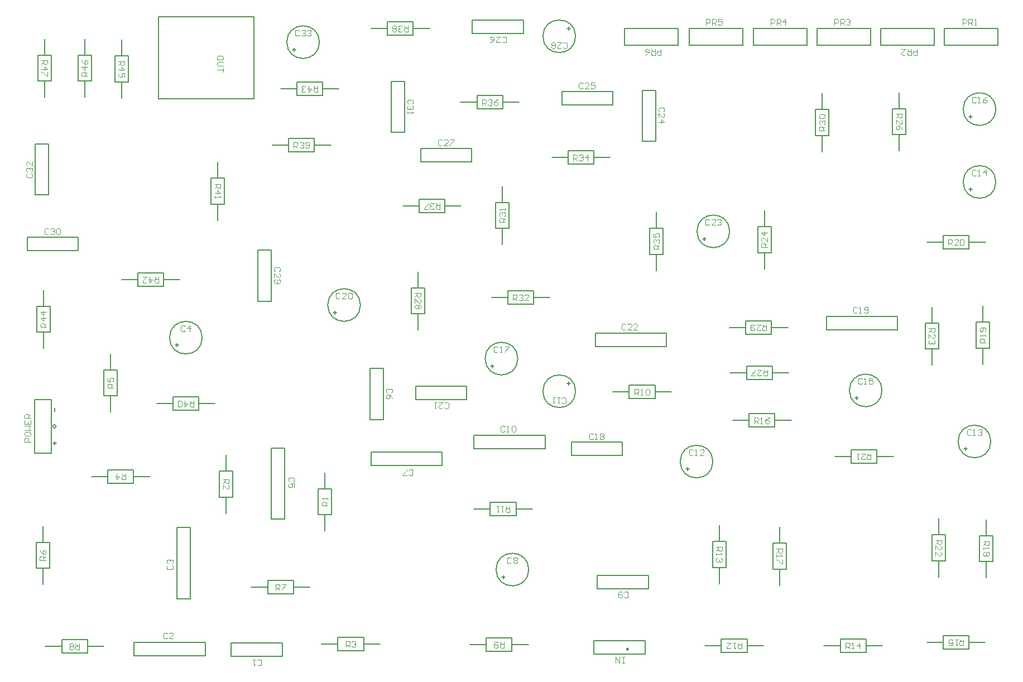
<source format=gbr>
G04*
G04 #@! TF.GenerationSoftware,Altium Limited,Altium Designer,22.4.2 (48)*
G04*
G04 Layer_Color=8388736*
%FSLAX25Y25*%
%MOIN*%
G70*
G04*
G04 #@! TF.SameCoordinates,9D7DA267-A193-428E-9E10-CD2539F38239*
G04*
G04*
G04 #@! TF.FilePolarity,Positive*
G04*
G01*
G75*
%ADD10C,0.00787*%
%ADD13C,0.01000*%
%ADD33C,0.00394*%
D10*
X129000Y247000D02*
G03*
X129000Y247000I-1000J0D01*
G01*
X216250Y300000D02*
G03*
X216250Y300000I-9750J0D01*
G01*
X411250Y161500D02*
G03*
X411250Y161500I-9750J0D01*
G01*
X439250Y268000D02*
G03*
X439250Y268000I-9750J0D01*
G01*
X521250Y226000D02*
G03*
X521250Y226000I-9750J0D01*
G01*
X687250Y238000D02*
G03*
X687250Y238000I-9750J0D01*
G01*
X690250Y393000D02*
G03*
X690250Y393000I-9750J0D01*
G01*
X622250Y268500D02*
G03*
X622250Y268500I-9750J0D01*
G01*
X690250Y436500D02*
G03*
X690250Y436500I-9750J0D01*
G01*
X404750Y287500D02*
G03*
X404750Y287500I-9750J0D01*
G01*
X310750Y319500D02*
G03*
X310750Y319500I-9750J0D01*
G01*
X531250Y363500D02*
G03*
X531250Y363500I-9750J0D01*
G01*
X439250Y480000D02*
G03*
X439250Y480000I-9750J0D01*
G01*
X286250Y476500D02*
G03*
X286250Y476500I-9750J0D01*
G01*
X247000Y442500D02*
Y449500D01*
X190000Y442500D02*
X247000D01*
X190000D02*
Y491500D01*
X247000D01*
Y449500D02*
Y491500D01*
X450185Y111000D02*
X480685D01*
Y119000D01*
X450185D02*
X480685D01*
X450185Y111000D02*
Y119000D01*
X116000Y231000D02*
X126000D01*
Y263000D01*
X116000D02*
X126000D01*
X116000Y231000D02*
Y263000D01*
X127000Y237000D02*
X129000D01*
X128000Y236000D02*
Y238000D01*
Y256000D02*
Y258000D01*
X218000Y110000D02*
Y118000D01*
X175500Y110000D02*
X218000D01*
X175500D02*
Y118000D01*
X218000D01*
X201000Y186504D02*
X209000D01*
Y144004D02*
Y186504D01*
X201000Y144004D02*
X209000D01*
X201000D02*
Y186504D01*
X257500Y191500D02*
X265500D01*
X257500D02*
Y234000D01*
X265500D01*
Y191500D02*
Y234000D01*
X317000Y223500D02*
Y231500D01*
X359500D01*
Y223500D02*
Y231500D01*
X317000Y223500D02*
X359500D01*
X421000Y233500D02*
Y241500D01*
X378500Y233500D02*
X421000D01*
X378500D02*
Y241500D01*
X421000D01*
X631504Y304500D02*
Y312500D01*
X589004Y304500D02*
X631504D01*
X589004D02*
Y312500D01*
X631504D01*
X493504Y294500D02*
Y302500D01*
X451004Y294500D02*
X493504D01*
X451004D02*
Y302500D01*
X493504D01*
X285500Y194323D02*
Y209744D01*
Y194323D02*
X289500D01*
X285500Y209744D02*
X293500D01*
Y194323D02*
Y209744D01*
X289500Y194323D02*
X293500D01*
X289500Y209744D02*
Y219488D01*
Y184579D02*
Y194323D01*
X234500Y204823D02*
Y220244D01*
X230500D02*
X234500D01*
X226500Y204823D02*
X234500D01*
X226500D02*
Y220244D01*
X230500D01*
Y195079D02*
Y204823D01*
Y220244D02*
Y229988D01*
X297256Y121000D02*
X312677D01*
X297256Y117000D02*
Y121000D01*
X312677Y113000D02*
Y121000D01*
X297256Y113000D02*
X312677D01*
X297256D02*
Y117000D01*
X312677D02*
X322421D01*
X287512D02*
X297256D01*
X159823Y213000D02*
X175244D01*
Y217000D01*
X159823Y213000D02*
Y221000D01*
X175244D01*
Y217000D02*
Y221000D01*
X150079Y217000D02*
X159823D01*
X175244D02*
X184988D01*
X157500Y265323D02*
Y280744D01*
Y265323D02*
X161500D01*
X157500Y280744D02*
X165500D01*
Y265323D02*
Y280744D01*
X161500Y265323D02*
X165500D01*
X161500Y280744D02*
Y290488D01*
Y255579D02*
Y265323D01*
X117000Y162323D02*
Y177744D01*
Y162323D02*
X121000D01*
X117000Y177744D02*
X125000D01*
Y162323D02*
Y177744D01*
X121000Y162323D02*
X125000D01*
X121000Y177744D02*
Y187488D01*
Y152579D02*
Y162323D01*
X255323Y155000D02*
X270744D01*
X255323Y151000D02*
Y155000D01*
X270744Y147000D02*
Y155000D01*
X255323Y147000D02*
X270744D01*
X255323D02*
Y151000D01*
X270744D02*
X280488D01*
X245579D02*
X255323D01*
X132323Y111500D02*
X147744D01*
Y115500D01*
X132323Y111500D02*
Y119500D01*
X147744D01*
Y115500D02*
Y119500D01*
X122579Y115500D02*
X132323D01*
X147744D02*
X157488D01*
X385823Y112500D02*
X401244D01*
Y116500D01*
X385823Y112500D02*
Y120500D01*
X401244D01*
Y116500D02*
Y120500D01*
X376079Y116500D02*
X385823D01*
X401244D02*
X410988D01*
X471256Y271500D02*
X486677D01*
X471256Y267500D02*
Y271500D01*
X486677Y263500D02*
Y271500D01*
X471256Y263500D02*
X486677D01*
X471256D02*
Y267500D01*
X486677D02*
X496421D01*
X461512D02*
X471256D01*
X388256Y193500D02*
X403677D01*
Y197500D01*
X388256Y193500D02*
Y201500D01*
X403677D01*
Y197500D02*
Y201500D01*
X378512Y197500D02*
X388256D01*
X403677D02*
X413421D01*
X526256Y112000D02*
X541677D01*
Y116000D01*
X526256Y112000D02*
Y120000D01*
X541677D01*
Y116000D02*
Y120000D01*
X516512Y116000D02*
X526256D01*
X541677D02*
X551421D01*
X529000Y162823D02*
Y178244D01*
X525000D02*
X529000D01*
X521000Y162823D02*
X529000D01*
X521000D02*
Y178244D01*
X525000D01*
Y153079D02*
Y162823D01*
Y178244D02*
Y187988D01*
X597323Y120000D02*
X612744D01*
X597323Y116000D02*
Y120000D01*
X612744Y112000D02*
Y120000D01*
X597323Y112000D02*
X612744D01*
X597323D02*
Y116000D01*
X612744D02*
X622488D01*
X587579D02*
X597323D01*
X658756Y114000D02*
X674177D01*
Y118000D01*
X658756Y114000D02*
Y122000D01*
X674177D01*
Y118000D02*
Y122000D01*
X649012Y118000D02*
X658756D01*
X674177D02*
X683921D01*
X542823Y254500D02*
X558244D01*
X542823Y250500D02*
Y254500D01*
X558244Y246500D02*
Y254500D01*
X542823Y246500D02*
X558244D01*
X542823D02*
Y250500D01*
X558244D02*
X567988D01*
X533079D02*
X542823D01*
X565000Y161756D02*
Y177177D01*
X561000D02*
X565000D01*
X557000Y161756D02*
X565000D01*
X557000D02*
Y177177D01*
X561000D01*
Y152012D02*
Y161756D01*
Y177177D02*
Y186921D01*
X688500Y166256D02*
Y181677D01*
X684500D02*
X688500D01*
X680500Y166256D02*
X688500D01*
X680500D02*
Y181677D01*
X684500D01*
Y156512D02*
Y166256D01*
Y181677D02*
Y191421D01*
X678500Y293756D02*
Y309177D01*
Y293756D02*
X682500D01*
X678500Y309177D02*
X686500D01*
Y293756D02*
Y309177D01*
X682500Y293756D02*
X686500D01*
X682500Y309177D02*
Y318921D01*
Y284012D02*
Y293756D01*
X658823Y361000D02*
X674244D01*
X658823Y357000D02*
Y361000D01*
X674244Y353000D02*
Y361000D01*
X658823Y353000D02*
X674244D01*
X658823D02*
Y357000D01*
X674244D02*
X683988D01*
X649079D02*
X658823D01*
X603823Y225000D02*
X619244D01*
Y229000D01*
X603823Y225000D02*
Y233000D01*
X619244D01*
Y229000D02*
Y233000D01*
X594079Y229000D02*
X603823D01*
X619244D02*
X628988D01*
X660000Y166756D02*
Y182177D01*
X656000D02*
X660000D01*
X652000Y166756D02*
X660000D01*
X652000D02*
Y182177D01*
X656000D01*
Y157012D02*
Y166756D01*
Y182177D02*
Y191921D01*
Y293256D02*
Y308677D01*
X652000D02*
X656000D01*
X648000Y293256D02*
X656000D01*
X648000D02*
Y308677D01*
X652000D01*
Y283512D02*
Y293256D01*
Y308677D02*
Y318421D01*
X548000Y350823D02*
Y366244D01*
Y350823D02*
X552000D01*
X548000Y366244D02*
X556000D01*
Y350823D02*
Y366244D01*
X552000Y350823D02*
X556000D01*
X552000Y366244D02*
Y375988D01*
Y341079D02*
Y350823D01*
X636500Y421256D02*
Y436677D01*
X632500D02*
X636500D01*
X628500Y421256D02*
X636500D01*
X628500D02*
Y436677D01*
X632500D01*
Y411512D02*
Y421256D01*
Y436677D02*
Y446421D01*
X541323Y275000D02*
X556744D01*
Y279000D01*
X541323Y275000D02*
Y283000D01*
X556744D01*
Y279000D02*
Y283000D01*
X531579Y279000D02*
X541323D01*
X556744D02*
X566488D01*
X349000Y314323D02*
Y329744D01*
X345000D02*
X349000D01*
X341000Y314323D02*
X349000D01*
X341000D02*
Y329744D01*
X345000D01*
Y304579D02*
Y314323D01*
Y329744D02*
Y339488D01*
X540823Y302000D02*
X556244D01*
Y306000D01*
X540823Y302000D02*
Y310000D01*
X556244D01*
Y306000D02*
Y310000D01*
X531079Y306000D02*
X540823D01*
X556244D02*
X565988D01*
X582500Y420756D02*
Y436177D01*
Y420756D02*
X586500D01*
X582500Y436177D02*
X590500D01*
Y420756D02*
Y436177D01*
X586500Y420756D02*
X590500D01*
X586500Y436177D02*
Y445921D01*
Y411012D02*
Y420756D01*
X391500Y365323D02*
Y380744D01*
Y365323D02*
X395500D01*
X391500Y380744D02*
X399500D01*
Y365323D02*
Y380744D01*
X395500Y365323D02*
X399500D01*
X395500Y380744D02*
Y390488D01*
Y355579D02*
Y365323D01*
X398756Y328000D02*
X414177D01*
X398756Y324000D02*
Y328000D01*
X414177Y320000D02*
Y328000D01*
X398756Y320000D02*
X414177D01*
X398756D02*
Y324000D01*
X414177D02*
X423921D01*
X389012D02*
X398756D01*
X434756Y411500D02*
X450177D01*
X434756Y407500D02*
Y411500D01*
X450177Y403500D02*
Y411500D01*
X434756Y403500D02*
X450177D01*
X434756D02*
Y407500D01*
X450177D02*
X459921D01*
X425012D02*
X434756D01*
X483500Y349823D02*
Y365244D01*
Y349823D02*
X487500D01*
X483500Y365244D02*
X491500D01*
Y349823D02*
Y365244D01*
X487500Y349823D02*
X491500D01*
X487500Y365244D02*
Y374988D01*
Y340079D02*
Y349823D01*
X380323Y444500D02*
X395744D01*
X380323Y440500D02*
Y444500D01*
X395744Y436500D02*
Y444500D01*
X380323Y436500D02*
X395744D01*
X380323D02*
Y440500D01*
X395744D02*
X405488D01*
X370579D02*
X380323D01*
X345756Y374500D02*
X361177D01*
Y378500D01*
X345756Y374500D02*
Y382500D01*
X361177D01*
Y378500D02*
Y382500D01*
X336012Y378500D02*
X345756D01*
X361177D02*
X370921D01*
X326823Y480500D02*
X342244D01*
Y484500D01*
X326823Y480500D02*
Y488500D01*
X342244D01*
Y484500D02*
Y488500D01*
X317079Y484500D02*
X326823D01*
X342244D02*
X351988D01*
X267823Y419000D02*
X283244D01*
X267823Y415000D02*
Y419000D01*
X283244Y411000D02*
Y419000D01*
X267823Y411000D02*
X283244D01*
X267823D02*
Y415000D01*
X283244D02*
X292988D01*
X258079D02*
X267823D01*
X198756Y256500D02*
X214177D01*
Y260500D01*
X198756Y256500D02*
Y264500D01*
X214177D01*
Y260500D02*
Y264500D01*
X189012Y260500D02*
X198756D01*
X214177D02*
X223921D01*
X229500Y379823D02*
Y395244D01*
X225500D02*
X229500D01*
X221500Y379823D02*
X229500D01*
X221500D02*
Y395244D01*
X225500D01*
Y370079D02*
Y379823D01*
Y395244D02*
Y404988D01*
X177756Y330500D02*
X193177D01*
Y334500D01*
X177756Y330500D02*
Y338500D01*
X193177D01*
Y334500D02*
Y338500D01*
X168012Y334500D02*
X177756D01*
X193177D02*
X202921D01*
X272756Y444500D02*
X288177D01*
Y448500D01*
X272756Y444500D02*
Y452500D01*
X288177D01*
Y448500D02*
Y452500D01*
X263012Y448500D02*
X272756D01*
X288177D02*
X297921D01*
X117500Y303323D02*
Y318744D01*
Y303323D02*
X121500D01*
X117500Y318744D02*
X125500D01*
Y303323D02*
Y318744D01*
X121500Y303323D02*
X125500D01*
X121500Y318744D02*
Y328488D01*
Y293579D02*
Y303323D01*
X172000Y452756D02*
Y468177D01*
X168000D02*
X172000D01*
X164000Y452756D02*
X172000D01*
X164000D02*
Y468177D01*
X168000D01*
Y443012D02*
Y452756D01*
Y468177D02*
Y477921D01*
X142000Y453256D02*
Y468677D01*
Y453256D02*
X146000D01*
X142000Y468677D02*
X150000D01*
Y453256D02*
Y468677D01*
X146000Y453256D02*
X150000D01*
X146000Y468677D02*
Y478421D01*
Y443512D02*
Y453256D01*
X126000D02*
Y468677D01*
X122000D02*
X126000D01*
X118000Y453256D02*
X126000D01*
X118000D02*
Y468677D01*
X122000D01*
Y443512D02*
Y453256D01*
Y468677D02*
Y478421D01*
X201000Y294500D02*
Y296500D01*
X200000Y295500D02*
X202000D01*
X395000Y157000D02*
X397000D01*
X396000Y156000D02*
Y158000D01*
X435000Y271500D02*
Y273500D01*
X434000Y272500D02*
X436000D01*
X505000Y221500D02*
X507000D01*
X506000Y220500D02*
Y222500D01*
X672000Y232500D02*
Y234500D01*
X671000Y233500D02*
X673000D01*
X674000Y388500D02*
X676000D01*
X675000Y387500D02*
Y389500D01*
X607000Y263000D02*
Y265000D01*
X606000Y264000D02*
X608000D01*
X674000Y432000D02*
X676000D01*
X675000Y431000D02*
Y433000D01*
X389500Y282000D02*
Y284000D01*
X388500Y283000D02*
X390500D01*
X294500Y315000D02*
X296500D01*
X295500Y314000D02*
Y316000D01*
X516000Y358000D02*
Y360000D01*
X515000Y359000D02*
X517000D01*
X434000Y484500D02*
X436000D01*
X435000Y483500D02*
Y485500D01*
X271000Y471000D02*
Y473000D01*
X270000Y472000D02*
X272000D01*
X233500Y109500D02*
X264000D01*
Y117500D01*
X233500D02*
X264000D01*
X233500Y109500D02*
Y117500D01*
X324500Y251000D02*
Y281500D01*
X316500D02*
X324500D01*
X316500Y251000D02*
Y281500D01*
Y251000D02*
X324500D01*
X452185Y150000D02*
X482685D01*
Y158000D01*
X452185D02*
X482685D01*
X452185Y150000D02*
Y158000D01*
X436815Y237500D02*
X467315D01*
X436815Y229500D02*
Y237500D01*
Y229500D02*
X467315D01*
Y237500D01*
X343685Y263000D02*
X374185D01*
Y271000D01*
X343685D02*
X374185D01*
X343685Y263000D02*
Y271000D01*
X487000Y417185D02*
Y447685D01*
X479000D02*
X487000D01*
X479000Y417185D02*
Y447685D01*
Y417185D02*
X487000D01*
X431000Y447000D02*
X461500D01*
X431000Y439000D02*
Y447000D01*
Y439000D02*
X461500D01*
Y447000D01*
X377500Y481500D02*
X408000D01*
Y489500D01*
X377500D02*
X408000D01*
X377500Y481500D02*
Y489500D01*
X346815Y413000D02*
X377315D01*
X346815Y405000D02*
Y413000D01*
Y405000D02*
X377315D01*
Y413000D01*
X257500Y321685D02*
Y352185D01*
X249500D02*
X257500D01*
X249500Y321685D02*
Y352185D01*
Y321685D02*
X257500D01*
X111815Y360000D02*
X142315D01*
X111815Y352000D02*
Y360000D01*
Y352000D02*
X142315D01*
Y360000D01*
X337000Y422500D02*
Y453000D01*
X329000D02*
X337000D01*
X329000Y422500D02*
Y453000D01*
Y422500D02*
X337000D01*
X116500Y385315D02*
Y415815D01*
Y385315D02*
X124500D01*
Y415815D01*
X116500D02*
X124500D01*
X659500Y474500D02*
Y484500D01*
Y474500D02*
X691500D01*
Y484500D01*
X659500D02*
X691500D01*
X653500Y474500D02*
Y484500D01*
X621500D02*
X653500D01*
X621500Y474500D02*
Y484500D01*
Y474500D02*
X653500D01*
X583500D02*
Y484500D01*
Y474500D02*
X615500D01*
Y484500D01*
X583500D02*
X615500D01*
X545500Y474500D02*
Y484500D01*
Y474500D02*
X577500D01*
Y484500D01*
X545500D02*
X577500D01*
X507000Y474500D02*
Y484500D01*
Y474500D02*
X539000D01*
Y484500D01*
X507000D02*
X539000D01*
X500500Y474500D02*
Y484500D01*
X468500D02*
X500500D01*
X468500Y474500D02*
Y484500D01*
Y474500D02*
X500500D01*
D13*
X470685Y114000D02*
G03*
X470685Y114000I-500J0D01*
G01*
D33*
X228771Y466452D02*
Y467632D01*
X228181Y468223D01*
X225819D01*
X225229Y467632D01*
Y466452D01*
X225819Y465861D01*
X228181D01*
X228771Y466452D01*
Y464681D02*
X225819D01*
X225229Y464090D01*
Y462910D01*
X225819Y462319D01*
X228771D01*
Y461139D02*
Y458777D01*
Y459958D01*
X225229D01*
X468342Y105729D02*
X467161D01*
X467751D01*
Y109271D01*
X468342D01*
X467161D01*
X465390D02*
Y105729D01*
X463028Y109271D01*
Y105729D01*
X113771Y237735D02*
X110229D01*
Y239506D01*
X110819Y240096D01*
X112000D01*
X112590Y239506D01*
Y237735D01*
X110229Y243048D02*
Y241867D01*
X110819Y241277D01*
X113181D01*
X113771Y241867D01*
Y243048D01*
X113181Y243639D01*
X110819D01*
X110229Y243048D01*
Y244819D02*
X113771D01*
X112590Y246000D01*
X113771Y247181D01*
X110229D01*
Y250723D02*
Y248361D01*
X113771D01*
Y250723D01*
X112000Y248361D02*
Y249542D01*
X113771Y251904D02*
X110229D01*
Y253675D01*
X110819Y254265D01*
X112000D01*
X112590Y253675D01*
Y251904D01*
Y253084D02*
X113771Y254265D01*
X195410Y123181D02*
X194819Y123771D01*
X193639D01*
X193048Y123181D01*
Y120819D01*
X193639Y120229D01*
X194819D01*
X195410Y120819D01*
X198952Y120229D02*
X196590D01*
X198952Y122590D01*
Y123181D01*
X198361Y123771D01*
X197181D01*
X196590Y123181D01*
X195819Y163914D02*
X195229Y163323D01*
Y162143D01*
X195819Y161552D01*
X198181D01*
X198771Y162143D01*
Y163323D01*
X198181Y163914D01*
X195819Y165094D02*
X195229Y165685D01*
Y166865D01*
X195819Y167456D01*
X196410D01*
X197000Y166865D01*
Y166275D01*
Y166865D01*
X197590Y167456D01*
X198181D01*
X198771Y166865D01*
Y165685D01*
X198181Y165094D01*
X270681Y214090D02*
X271271Y214681D01*
Y215861D01*
X270681Y216452D01*
X268319D01*
X267729Y215861D01*
Y214681D01*
X268319Y214090D01*
X271271Y210548D02*
Y212910D01*
X269500D01*
X270090Y211729D01*
Y211139D01*
X269500Y210548D01*
X268319D01*
X267729Y211139D01*
Y212319D01*
X268319Y212910D01*
X339590Y218319D02*
X340181Y217729D01*
X341361D01*
X341952Y218319D01*
Y220681D01*
X341361Y221271D01*
X340181D01*
X339590Y220681D01*
X338410Y217729D02*
X336048D01*
Y218319D01*
X338410Y220681D01*
Y221271D01*
X396934Y246681D02*
X396343Y247271D01*
X395163D01*
X394572Y246681D01*
Y244319D01*
X395163Y243729D01*
X396343D01*
X396934Y244319D01*
X398114Y243729D02*
X399295D01*
X398705D01*
Y247271D01*
X398114Y246681D01*
X401066D02*
X401657Y247271D01*
X402837D01*
X403428Y246681D01*
Y244319D01*
X402837Y243729D01*
X401657D01*
X401066Y244319D01*
Y246681D01*
X607438Y317681D02*
X606847Y318271D01*
X605667D01*
X605076Y317681D01*
Y315319D01*
X605667Y314729D01*
X606847D01*
X607438Y315319D01*
X608618Y314729D02*
X609799D01*
X609209D01*
Y318271D01*
X608618Y317681D01*
X611570Y315319D02*
X612161Y314729D01*
X613341D01*
X613932Y315319D01*
Y317681D01*
X613341Y318271D01*
X612161D01*
X611570Y317681D01*
Y317090D01*
X612161Y316500D01*
X613932D01*
X469143Y307681D02*
X468552Y308271D01*
X467372D01*
X466781Y307681D01*
Y305319D01*
X467372Y304729D01*
X468552D01*
X469143Y305319D01*
X472685Y304729D02*
X470323D01*
X472685Y307090D01*
Y307681D01*
X472094Y308271D01*
X470914D01*
X470323Y307681D01*
X476227Y304729D02*
X473865D01*
X476227Y307090D01*
Y307681D01*
X475636Y308271D01*
X474456D01*
X473865Y307681D01*
X291271Y199706D02*
X287729D01*
Y201477D01*
X288319Y202067D01*
X289500D01*
X290090Y201477D01*
Y199706D01*
Y200886D02*
X291271Y202067D01*
Y203248D02*
Y204428D01*
Y203838D01*
X287729D01*
X288319Y203248D01*
X228729Y215452D02*
X232271D01*
Y213681D01*
X231681Y213090D01*
X230500D01*
X229910Y213681D01*
Y215452D01*
Y214271D02*
X228729Y213090D01*
Y209548D02*
Y211910D01*
X231090Y209548D01*
X231681D01*
X232271Y210139D01*
Y211319D01*
X231681Y211910D01*
X302048Y115229D02*
Y118771D01*
X303819D01*
X304410Y118181D01*
Y117000D01*
X303819Y116410D01*
X302048D01*
X303229D02*
X304410Y115229D01*
X305590Y118181D02*
X306181Y118771D01*
X307361D01*
X307952Y118181D01*
Y117590D01*
X307361Y117000D01*
X306771D01*
X307361D01*
X307952Y116410D01*
Y115819D01*
X307361Y115229D01*
X306181D01*
X305590Y115819D01*
X170452Y218771D02*
Y215229D01*
X168681D01*
X168090Y215819D01*
Y217000D01*
X168681Y217590D01*
X170452D01*
X169271D02*
X168090Y218771D01*
X165139D02*
Y215229D01*
X166910Y217000D01*
X164548D01*
X163271Y270115D02*
X159729D01*
Y271886D01*
X160319Y272477D01*
X161500D01*
X162090Y271886D01*
Y270115D01*
Y271296D02*
X163271Y272477D01*
X159729Y276019D02*
Y273657D01*
X161500D01*
X160910Y274838D01*
Y275428D01*
X161500Y276019D01*
X162681D01*
X163271Y275428D01*
Y274248D01*
X162681Y273657D01*
X122771Y167115D02*
X119229D01*
Y168886D01*
X119819Y169477D01*
X121000D01*
X121590Y168886D01*
Y167115D01*
Y168296D02*
X122771Y169477D01*
X119229Y173019D02*
X119819Y171838D01*
X121000Y170657D01*
X122181D01*
X122771Y171248D01*
Y172428D01*
X122181Y173019D01*
X121590D01*
X121000Y172428D01*
Y170657D01*
X260115Y149229D02*
Y152771D01*
X261886D01*
X262477Y152181D01*
Y151000D01*
X261886Y150410D01*
X260115D01*
X261296D02*
X262477Y149229D01*
X263657Y152771D02*
X266019D01*
Y152181D01*
X263657Y149819D01*
Y149229D01*
X142952Y117271D02*
Y113729D01*
X141181D01*
X140590Y114319D01*
Y115500D01*
X141181Y116090D01*
X142952D01*
X141771D02*
X140590Y117271D01*
X139410Y114319D02*
X138819Y113729D01*
X137639D01*
X137048Y114319D01*
Y114910D01*
X137639Y115500D01*
X137048Y116090D01*
Y116681D01*
X137639Y117271D01*
X138819D01*
X139410Y116681D01*
Y116090D01*
X138819Y115500D01*
X139410Y114910D01*
Y114319D01*
X138819Y115500D02*
X137639D01*
X396452Y118271D02*
Y114729D01*
X394681D01*
X394090Y115319D01*
Y116500D01*
X394681Y117090D01*
X396452D01*
X395271D02*
X394090Y118271D01*
X392910Y117681D02*
X392319Y118271D01*
X391139D01*
X390548Y117681D01*
Y115319D01*
X391139Y114729D01*
X392319D01*
X392910Y115319D01*
Y115910D01*
X392319Y116500D01*
X390548D01*
X474572Y265729D02*
Y269271D01*
X476343D01*
X476934Y268681D01*
Y267500D01*
X476343Y266910D01*
X474572D01*
X475753D02*
X476934Y265729D01*
X478115D02*
X479295D01*
X478705D01*
Y269271D01*
X478115Y268681D01*
X481066D02*
X481657Y269271D01*
X482837D01*
X483428Y268681D01*
Y266319D01*
X482837Y265729D01*
X481657D01*
X481066Y266319D01*
Y268681D01*
X399770Y199271D02*
Y195729D01*
X397999D01*
X397409Y196319D01*
Y197500D01*
X397999Y198090D01*
X399770D01*
X398590D02*
X397409Y199271D01*
X396228D02*
X395047D01*
X395638D01*
Y195729D01*
X396228Y196319D01*
X393276Y199271D02*
X392096D01*
X392686D01*
Y195729D01*
X393276Y196319D01*
X538361Y117771D02*
Y114229D01*
X536590D01*
X535999Y114819D01*
Y116000D01*
X536590Y116590D01*
X538361D01*
X537180D02*
X535999Y117771D01*
X534819D02*
X533638D01*
X534228D01*
Y114229D01*
X534819Y114819D01*
X529505Y117771D02*
X531867D01*
X529505Y115410D01*
Y114819D01*
X530096Y114229D01*
X531276D01*
X531867Y114819D01*
X523229Y174928D02*
X526771D01*
Y173157D01*
X526181Y172566D01*
X525000D01*
X524410Y173157D01*
Y174928D01*
Y173747D02*
X523229Y172566D01*
Y171386D02*
Y170205D01*
Y170795D01*
X526771D01*
X526181Y171386D01*
Y168434D02*
X526771Y167843D01*
Y166663D01*
X526181Y166072D01*
X525590D01*
X525000Y166663D01*
Y167253D01*
Y166663D01*
X524410Y166072D01*
X523819D01*
X523229Y166663D01*
Y167843D01*
X523819Y168434D01*
X600639Y114229D02*
Y117771D01*
X602410D01*
X603001Y117181D01*
Y116000D01*
X602410Y115410D01*
X600639D01*
X601820D02*
X603001Y114229D01*
X604181D02*
X605362D01*
X604772D01*
Y117771D01*
X604181Y117181D01*
X608904Y114229D02*
Y117771D01*
X607133Y116000D01*
X609495D01*
X670861Y119771D02*
Y116229D01*
X669090D01*
X668499Y116819D01*
Y118000D01*
X669090Y118590D01*
X670861D01*
X669680D02*
X668499Y119771D01*
X667318D02*
X666138D01*
X666728D01*
Y116229D01*
X667318Y116819D01*
X662005Y116229D02*
X664367D01*
Y118000D01*
X663186Y117410D01*
X662596D01*
X662005Y118000D01*
Y119181D01*
X662596Y119771D01*
X663776D01*
X664367Y119181D01*
X546139Y248729D02*
Y252271D01*
X547910D01*
X548501Y251681D01*
Y250500D01*
X547910Y249910D01*
X546139D01*
X547320D02*
X548501Y248729D01*
X549682D02*
X550862D01*
X550272D01*
Y252271D01*
X549682Y251681D01*
X554995Y252271D02*
X553814Y251681D01*
X552633Y250500D01*
Y249319D01*
X553224Y248729D01*
X554404D01*
X554995Y249319D01*
Y249910D01*
X554404Y250500D01*
X552633D01*
X559229Y173861D02*
X562771D01*
Y172090D01*
X562181Y171499D01*
X561000D01*
X560410Y172090D01*
Y173861D01*
Y172680D02*
X559229Y171499D01*
Y170318D02*
Y169138D01*
Y169728D01*
X562771D01*
X562181Y170318D01*
X562771Y167367D02*
Y165005D01*
X562181D01*
X559819Y167367D01*
X559229D01*
X682729Y178361D02*
X686271D01*
Y176590D01*
X685681Y175999D01*
X684500D01*
X683910Y176590D01*
Y178361D01*
Y177180D02*
X682729Y175999D01*
Y174819D02*
Y173638D01*
Y174228D01*
X686271D01*
X685681Y174819D01*
Y171867D02*
X686271Y171276D01*
Y170096D01*
X685681Y169505D01*
X685090D01*
X684500Y170096D01*
X683910Y169505D01*
X683319D01*
X682729Y170096D01*
Y171276D01*
X683319Y171867D01*
X683910D01*
X684500Y171276D01*
X685090Y171867D01*
X685681D01*
X684500Y171276D02*
Y170096D01*
X684271Y297072D02*
X680729D01*
Y298843D01*
X681319Y299434D01*
X682500D01*
X683090Y298843D01*
Y297072D01*
Y298253D02*
X684271Y299434D01*
Y300615D02*
Y301795D01*
Y301205D01*
X680729D01*
X681319Y300615D01*
X683681Y303566D02*
X684271Y304157D01*
Y305337D01*
X683681Y305928D01*
X681319D01*
X680729Y305337D01*
Y304157D01*
X681319Y303566D01*
X681910D01*
X682500Y304157D01*
Y305928D01*
X661844Y355229D02*
Y358771D01*
X663615D01*
X664206Y358181D01*
Y357000D01*
X663615Y356410D01*
X661844D01*
X663025D02*
X664206Y355229D01*
X667748D02*
X665386D01*
X667748Y357590D01*
Y358181D01*
X667157Y358771D01*
X665977D01*
X665386Y358181D01*
X668928D02*
X669519Y358771D01*
X670700D01*
X671290Y358181D01*
Y355819D01*
X670700Y355229D01*
X669519D01*
X668928Y355819D01*
Y358181D01*
X615632Y230771D02*
Y227229D01*
X613861D01*
X613271Y227819D01*
Y229000D01*
X613861Y229590D01*
X615632D01*
X614452D02*
X613271Y230771D01*
X609729D02*
X612090D01*
X609729Y228410D01*
Y227819D01*
X610319Y227229D01*
X611500D01*
X612090Y227819D01*
X608548Y230771D02*
X607368D01*
X607958D01*
Y227229D01*
X608548Y227819D01*
X654229Y179156D02*
X657771D01*
Y177385D01*
X657181Y176794D01*
X656000D01*
X655410Y177385D01*
Y179156D01*
Y177975D02*
X654229Y176794D01*
Y173252D02*
Y175614D01*
X656590Y173252D01*
X657181D01*
X657771Y173843D01*
Y175023D01*
X657181Y175614D01*
X654229Y169710D02*
Y172072D01*
X656590Y169710D01*
X657181D01*
X657771Y170300D01*
Y171481D01*
X657181Y172072D01*
X650229Y305656D02*
X653771D01*
Y303885D01*
X653181Y303294D01*
X652000D01*
X651410Y303885D01*
Y305656D01*
Y304475D02*
X650229Y303294D01*
Y299752D02*
Y302114D01*
X652590Y299752D01*
X653181D01*
X653771Y300343D01*
Y301523D01*
X653181Y302114D01*
Y298572D02*
X653771Y297981D01*
Y296800D01*
X653181Y296210D01*
X652590D01*
X652000Y296800D01*
Y297391D01*
Y296800D01*
X651410Y296210D01*
X650819D01*
X650229Y296800D01*
Y297981D01*
X650819Y298572D01*
X553771Y353844D02*
X550229D01*
Y355615D01*
X550819Y356206D01*
X552000D01*
X552590Y355615D01*
Y353844D01*
Y355025D02*
X553771Y356206D01*
Y359748D02*
Y357386D01*
X551410Y359748D01*
X550819D01*
X550229Y359157D01*
Y357977D01*
X550819Y357386D01*
X553771Y362700D02*
X550229D01*
X552000Y360928D01*
Y363290D01*
X630729Y433656D02*
X634271D01*
Y431885D01*
X633681Y431294D01*
X632500D01*
X631910Y431885D01*
Y433656D01*
Y432475D02*
X630729Y431294D01*
Y427752D02*
Y430114D01*
X633090Y427752D01*
X633681D01*
X634271Y428343D01*
Y429523D01*
X633681Y430114D01*
X634271Y424210D02*
X633681Y425391D01*
X632500Y426572D01*
X631319D01*
X630729Y425981D01*
Y424800D01*
X631319Y424210D01*
X631910D01*
X632500Y424800D01*
Y426572D01*
X553723Y280771D02*
Y277229D01*
X551952D01*
X551361Y277819D01*
Y279000D01*
X551952Y279590D01*
X553723D01*
X552542D02*
X551361Y280771D01*
X547819D02*
X550181D01*
X547819Y278410D01*
Y277819D01*
X548410Y277229D01*
X549590D01*
X550181Y277819D01*
X546639Y277229D02*
X544277D01*
Y277819D01*
X546639Y280181D01*
Y280771D01*
X343229Y326723D02*
X346771D01*
Y324952D01*
X346181Y324361D01*
X345000D01*
X344410Y324952D01*
Y326723D01*
Y325542D02*
X343229Y324361D01*
Y320819D02*
Y323181D01*
X345590Y320819D01*
X346181D01*
X346771Y321410D01*
Y322590D01*
X346181Y323181D01*
Y319639D02*
X346771Y319048D01*
Y317867D01*
X346181Y317277D01*
X345590D01*
X345000Y317867D01*
X344410Y317277D01*
X343819D01*
X343229Y317867D01*
Y319048D01*
X343819Y319639D01*
X344410D01*
X345000Y319048D01*
X345590Y319639D01*
X346181D01*
X345000Y319048D02*
Y317867D01*
X553223Y307771D02*
Y304229D01*
X551452D01*
X550861Y304819D01*
Y306000D01*
X551452Y306590D01*
X553223D01*
X552042D02*
X550861Y307771D01*
X547319D02*
X549681D01*
X547319Y305410D01*
Y304819D01*
X547910Y304229D01*
X549090D01*
X549681Y304819D01*
X546139Y307181D02*
X545548Y307771D01*
X544368D01*
X543777Y307181D01*
Y304819D01*
X544368Y304229D01*
X545548D01*
X546139Y304819D01*
Y305410D01*
X545548Y306000D01*
X543777D01*
X588271Y423777D02*
X584729D01*
Y425548D01*
X585319Y426139D01*
X586500D01*
X587090Y425548D01*
Y423777D01*
Y424958D02*
X588271Y426139D01*
X585319Y427319D02*
X584729Y427910D01*
Y429090D01*
X585319Y429681D01*
X585910D01*
X586500Y429090D01*
Y428500D01*
Y429090D01*
X587090Y429681D01*
X587681D01*
X588271Y429090D01*
Y427910D01*
X587681Y427319D01*
X585319Y430861D02*
X584729Y431452D01*
Y432632D01*
X585319Y433223D01*
X587681D01*
X588271Y432632D01*
Y431452D01*
X587681Y430861D01*
X585319D01*
X397271Y368934D02*
X393729D01*
Y370706D01*
X394319Y371296D01*
X395500D01*
X396090Y370706D01*
Y368934D01*
Y370115D02*
X397271Y371296D01*
X394319Y372477D02*
X393729Y373067D01*
Y374248D01*
X394319Y374838D01*
X394910D01*
X395500Y374248D01*
Y373657D01*
Y374248D01*
X396090Y374838D01*
X396681D01*
X397271Y374248D01*
Y373067D01*
X396681Y372477D01*
X397271Y376019D02*
Y377200D01*
Y376609D01*
X393729D01*
X394319Y376019D01*
X401777Y322229D02*
Y325771D01*
X403548D01*
X404139Y325181D01*
Y324000D01*
X403548Y323410D01*
X401777D01*
X402958D02*
X404139Y322229D01*
X405319Y325181D02*
X405910Y325771D01*
X407090D01*
X407681Y325181D01*
Y324590D01*
X407090Y324000D01*
X406500D01*
X407090D01*
X407681Y323410D01*
Y322819D01*
X407090Y322229D01*
X405910D01*
X405319Y322819D01*
X411223Y322229D02*
X408861D01*
X411223Y324590D01*
Y325181D01*
X410633Y325771D01*
X409452D01*
X408861Y325181D01*
X437777Y405729D02*
Y409271D01*
X439548D01*
X440139Y408681D01*
Y407500D01*
X439548Y406910D01*
X437777D01*
X438958D02*
X440139Y405729D01*
X441319Y408681D02*
X441910Y409271D01*
X443090D01*
X443681Y408681D01*
Y408090D01*
X443090Y407500D01*
X442500D01*
X443090D01*
X443681Y406910D01*
Y406319D01*
X443090Y405729D01*
X441910D01*
X441319Y406319D01*
X446632Y405729D02*
Y409271D01*
X444861Y407500D01*
X447223D01*
X489271Y352844D02*
X485729D01*
Y354615D01*
X486319Y355206D01*
X487500D01*
X488090Y354615D01*
Y352844D01*
Y354025D02*
X489271Y355206D01*
X486319Y356386D02*
X485729Y356977D01*
Y358157D01*
X486319Y358748D01*
X486910D01*
X487500Y358157D01*
Y357567D01*
Y358157D01*
X488090Y358748D01*
X488681D01*
X489271Y358157D01*
Y356977D01*
X488681Y356386D01*
X485729Y362290D02*
Y359928D01*
X487500D01*
X486910Y361109D01*
Y361700D01*
X487500Y362290D01*
X488681D01*
X489271Y361700D01*
Y360519D01*
X488681Y359928D01*
X383344Y438729D02*
Y442271D01*
X385115D01*
X385706Y441681D01*
Y440500D01*
X385115Y439910D01*
X383344D01*
X384525D02*
X385706Y438729D01*
X386886Y441681D02*
X387477Y442271D01*
X388657D01*
X389248Y441681D01*
Y441090D01*
X388657Y440500D01*
X388067D01*
X388657D01*
X389248Y439910D01*
Y439319D01*
X388657Y438729D01*
X387477D01*
X386886Y439319D01*
X392790Y442271D02*
X391609Y441681D01*
X390428Y440500D01*
Y439319D01*
X391019Y438729D01*
X392199D01*
X392790Y439319D01*
Y439910D01*
X392199Y440500D01*
X390428D01*
X358156Y380271D02*
Y376729D01*
X356385D01*
X355794Y377319D01*
Y378500D01*
X356385Y379090D01*
X358156D01*
X356975D02*
X355794Y380271D01*
X354614Y377319D02*
X354023Y376729D01*
X352843D01*
X352252Y377319D01*
Y377910D01*
X352843Y378500D01*
X353433D01*
X352843D01*
X352252Y379090D01*
Y379681D01*
X352843Y380271D01*
X354023D01*
X354614Y379681D01*
X351072Y376729D02*
X348710D01*
Y377319D01*
X351072Y379681D01*
Y380271D01*
X339223Y486271D02*
Y482729D01*
X337452D01*
X336861Y483319D01*
Y484500D01*
X337452Y485090D01*
X339223D01*
X338042D02*
X336861Y486271D01*
X335681Y483319D02*
X335090Y482729D01*
X333910D01*
X333319Y483319D01*
Y483910D01*
X333910Y484500D01*
X334500D01*
X333910D01*
X333319Y485090D01*
Y485681D01*
X333910Y486271D01*
X335090D01*
X335681Y485681D01*
X332139Y483319D02*
X331548Y482729D01*
X330367D01*
X329777Y483319D01*
Y483910D01*
X330367Y484500D01*
X329777Y485090D01*
Y485681D01*
X330367Y486271D01*
X331548D01*
X332139Y485681D01*
Y485090D01*
X331548Y484500D01*
X332139Y483910D01*
Y483319D01*
X331548Y484500D02*
X330367D01*
X270844Y413229D02*
Y416771D01*
X272615D01*
X273206Y416181D01*
Y415000D01*
X272615Y414410D01*
X270844D01*
X272025D02*
X273206Y413229D01*
X274386Y416181D02*
X274977Y416771D01*
X276157D01*
X276748Y416181D01*
Y415590D01*
X276157Y415000D01*
X275567D01*
X276157D01*
X276748Y414410D01*
Y413819D01*
X276157Y413229D01*
X274977D01*
X274386Y413819D01*
X277928D02*
X278519Y413229D01*
X279699D01*
X280290Y413819D01*
Y416181D01*
X279699Y416771D01*
X278519D01*
X277928Y416181D01*
Y415590D01*
X278519Y415000D01*
X280290D01*
X211156Y262271D02*
Y258729D01*
X209385D01*
X208794Y259319D01*
Y260500D01*
X209385Y261090D01*
X211156D01*
X209975D02*
X208794Y262271D01*
X205843D02*
Y258729D01*
X207614Y260500D01*
X205252D01*
X204072Y259319D02*
X203481Y258729D01*
X202301D01*
X201710Y259319D01*
Y261681D01*
X202301Y262271D01*
X203481D01*
X204072Y261681D01*
Y259319D01*
X223729Y391633D02*
X227271D01*
Y389861D01*
X226681Y389271D01*
X225500D01*
X224910Y389861D01*
Y391633D01*
Y390452D02*
X223729Y389271D01*
Y386319D02*
X227271D01*
X225500Y388090D01*
Y385729D01*
X223729Y384548D02*
Y383367D01*
Y383958D01*
X227271D01*
X226681Y384548D01*
X190156Y336271D02*
Y332729D01*
X188385D01*
X187794Y333319D01*
Y334500D01*
X188385Y335090D01*
X190156D01*
X188975D02*
X187794Y336271D01*
X184843D02*
Y332729D01*
X186614Y334500D01*
X184252D01*
X180710Y336271D02*
X183072D01*
X180710Y333910D01*
Y333319D01*
X181300Y332729D01*
X182481D01*
X183072Y333319D01*
X285156Y450271D02*
Y446729D01*
X283385D01*
X282794Y447319D01*
Y448500D01*
X283385Y449090D01*
X285156D01*
X283975D02*
X282794Y450271D01*
X279843D02*
Y446729D01*
X281614Y448500D01*
X279252D01*
X278072Y447319D02*
X277481Y446729D01*
X276301D01*
X275710Y447319D01*
Y447910D01*
X276301Y448500D01*
X276891D01*
X276301D01*
X275710Y449090D01*
Y449681D01*
X276301Y450271D01*
X277481D01*
X278072Y449681D01*
X123271Y306344D02*
X119729D01*
Y308115D01*
X120319Y308705D01*
X121500D01*
X122090Y308115D01*
Y306344D01*
Y307525D02*
X123271Y308705D01*
Y311657D02*
X119729D01*
X121500Y309886D01*
Y312248D01*
X123271Y315199D02*
X119729D01*
X121500Y313428D01*
Y315790D01*
X166229Y465156D02*
X169771D01*
Y463385D01*
X169181Y462794D01*
X168000D01*
X167410Y463385D01*
Y465156D01*
Y463975D02*
X166229Y462794D01*
Y459843D02*
X169771D01*
X168000Y461614D01*
Y459252D01*
X169771Y455710D02*
Y458072D01*
X168000D01*
X168590Y456891D01*
Y456300D01*
X168000Y455710D01*
X166819D01*
X166229Y456300D01*
Y457481D01*
X166819Y458072D01*
X147771Y456277D02*
X144229D01*
Y458048D01*
X144819Y458639D01*
X146000D01*
X146590Y458048D01*
Y456277D01*
Y457458D02*
X147771Y458639D01*
Y461590D02*
X144229D01*
X146000Y459819D01*
Y462181D01*
X144229Y465723D02*
X144819Y464542D01*
X146000Y463361D01*
X147181D01*
X147771Y463952D01*
Y465133D01*
X147181Y465723D01*
X146590D01*
X146000Y465133D01*
Y463361D01*
X120229Y465656D02*
X123771D01*
Y463885D01*
X123181Y463295D01*
X122000D01*
X121410Y463885D01*
Y465656D01*
Y464475D02*
X120229Y463295D01*
Y460343D02*
X123771D01*
X122000Y462114D01*
Y459752D01*
X123771Y458572D02*
Y456210D01*
X123181D01*
X120819Y458572D01*
X120229D01*
X205910Y306681D02*
X205319Y307271D01*
X204139D01*
X203548Y306681D01*
Y304319D01*
X204139Y303729D01*
X205319D01*
X205910Y304319D01*
X208861Y303729D02*
Y307271D01*
X207090Y305500D01*
X209452D01*
X400910Y168181D02*
X400319Y168771D01*
X399139D01*
X398548Y168181D01*
Y165819D01*
X399139Y165229D01*
X400319D01*
X400910Y165819D01*
X402090Y168181D02*
X402681Y168771D01*
X403861D01*
X404452Y168181D01*
Y167590D01*
X403861Y167000D01*
X404452Y166410D01*
Y165819D01*
X403861Y165229D01*
X402681D01*
X402090Y165819D01*
Y166410D01*
X402681Y167000D01*
X402090Y167590D01*
Y168181D01*
X402681Y167000D02*
X403861D01*
X430976Y261319D02*
X431566Y260729D01*
X432747D01*
X433337Y261319D01*
Y263681D01*
X432747Y264271D01*
X431566D01*
X430976Y263681D01*
X429795Y264271D02*
X428615D01*
X429205D01*
Y260729D01*
X429795Y261319D01*
X426843Y264271D02*
X425663D01*
X426253D01*
Y260729D01*
X426843Y261319D01*
X509434Y232681D02*
X508843Y233271D01*
X507663D01*
X507072Y232681D01*
Y230319D01*
X507663Y229729D01*
X508843D01*
X509434Y230319D01*
X510614Y229729D02*
X511795D01*
X511205D01*
Y233271D01*
X510614Y232681D01*
X515928Y229729D02*
X513566D01*
X515928Y232090D01*
Y232681D01*
X515337Y233271D01*
X514157D01*
X513566Y232681D01*
X675434Y244681D02*
X674843Y245271D01*
X673663D01*
X673072Y244681D01*
Y242319D01*
X673663Y241729D01*
X674843D01*
X675434Y242319D01*
X676615Y241729D02*
X677795D01*
X677205D01*
Y245271D01*
X676615Y244681D01*
X679566D02*
X680157Y245271D01*
X681337D01*
X681928Y244681D01*
Y244090D01*
X681337Y243500D01*
X680747D01*
X681337D01*
X681928Y242910D01*
Y242319D01*
X681337Y241729D01*
X680157D01*
X679566Y242319D01*
X678434Y399681D02*
X677843Y400271D01*
X676663D01*
X676072Y399681D01*
Y397319D01*
X676663Y396729D01*
X677843D01*
X678434Y397319D01*
X679614Y396729D02*
X680795D01*
X680205D01*
Y400271D01*
X679614Y399681D01*
X684337Y396729D02*
Y400271D01*
X682566Y398500D01*
X684928D01*
X610434Y275181D02*
X609843Y275771D01*
X608663D01*
X608072Y275181D01*
Y272819D01*
X608663Y272229D01*
X609843D01*
X610434Y272819D01*
X611615Y272229D02*
X612795D01*
X612205D01*
Y275771D01*
X611615Y275181D01*
X616928Y275771D02*
X614566D01*
Y274000D01*
X615747Y274590D01*
X616337D01*
X616928Y274000D01*
Y272819D01*
X616337Y272229D01*
X615157D01*
X614566Y272819D01*
X678434Y443181D02*
X677843Y443771D01*
X676663D01*
X676072Y443181D01*
Y440819D01*
X676663Y440229D01*
X677843D01*
X678434Y440819D01*
X679614Y440229D02*
X680795D01*
X680205D01*
Y443771D01*
X679614Y443181D01*
X684928Y443771D02*
X683747Y443181D01*
X682566Y442000D01*
Y440819D01*
X683157Y440229D01*
X684337D01*
X684928Y440819D01*
Y441410D01*
X684337Y442000D01*
X682566D01*
X392934Y294181D02*
X392343Y294771D01*
X391163D01*
X390572Y294181D01*
Y291819D01*
X391163Y291229D01*
X392343D01*
X392934Y291819D01*
X394114Y291229D02*
X395295D01*
X394705D01*
Y294771D01*
X394114Y294181D01*
X397066Y294771D02*
X399428D01*
Y294181D01*
X397066Y291819D01*
Y291229D01*
X298639Y326181D02*
X298048Y326771D01*
X296867D01*
X296277Y326181D01*
Y323819D01*
X296867Y323229D01*
X298048D01*
X298639Y323819D01*
X302181Y323229D02*
X299819D01*
X302181Y325590D01*
Y326181D01*
X301590Y326771D01*
X300410D01*
X299819Y326181D01*
X303361D02*
X303952Y326771D01*
X305133D01*
X305723Y326181D01*
Y323819D01*
X305133Y323229D01*
X303952D01*
X303361Y323819D01*
Y326181D01*
X519139Y370181D02*
X518548Y370771D01*
X517368D01*
X516777Y370181D01*
Y367819D01*
X517368Y367229D01*
X518548D01*
X519139Y367819D01*
X522681Y367229D02*
X520319D01*
X522681Y369590D01*
Y370181D01*
X522090Y370771D01*
X520910D01*
X520319Y370181D01*
X523861D02*
X524452Y370771D01*
X525632D01*
X526223Y370181D01*
Y369590D01*
X525632Y369000D01*
X525042D01*
X525632D01*
X526223Y368410D01*
Y367819D01*
X525632Y367229D01*
X524452D01*
X523861Y367819D01*
X431861Y473319D02*
X432452Y472729D01*
X433633D01*
X434223Y473319D01*
Y475681D01*
X433633Y476271D01*
X432452D01*
X431861Y475681D01*
X428319Y476271D02*
X430681D01*
X428319Y473910D01*
Y473319D01*
X428910Y472729D01*
X430090D01*
X430681Y473319D01*
X427139D02*
X426548Y472729D01*
X425367D01*
X424777Y473319D01*
Y473910D01*
X425367Y474500D01*
X424777Y475090D01*
Y475681D01*
X425367Y476271D01*
X426548D01*
X427139Y475681D01*
Y475090D01*
X426548Y474500D01*
X427139Y473910D01*
Y473319D01*
X426548Y474500D02*
X425367D01*
X274139Y483181D02*
X273548Y483771D01*
X272368D01*
X271777Y483181D01*
Y480819D01*
X272368Y480229D01*
X273548D01*
X274139Y480819D01*
X275319Y483181D02*
X275910Y483771D01*
X277090D01*
X277681Y483181D01*
Y482590D01*
X277090Y482000D01*
X276500D01*
X277090D01*
X277681Y481410D01*
Y480819D01*
X277090Y480229D01*
X275910D01*
X275319Y480819D01*
X278861Y483181D02*
X279452Y483771D01*
X280632D01*
X281223Y483181D01*
Y482590D01*
X280632Y482000D01*
X280042D01*
X280632D01*
X281223Y481410D01*
Y480819D01*
X280632Y480229D01*
X279452D01*
X278861Y480819D01*
X249000Y104819D02*
X249590Y104229D01*
X250771D01*
X251361Y104819D01*
Y107181D01*
X250771Y107771D01*
X249590D01*
X249000Y107181D01*
X247819Y107771D02*
X246639D01*
X247229D01*
Y104229D01*
X247819Y104819D01*
X329181Y267090D02*
X329771Y267681D01*
Y268861D01*
X329181Y269452D01*
X326819D01*
X326229Y268861D01*
Y267681D01*
X326819Y267090D01*
X329771Y263548D02*
X329181Y264729D01*
X328000Y265910D01*
X326819D01*
X326229Y265319D01*
Y264139D01*
X326819Y263548D01*
X327410D01*
X328000Y264139D01*
Y265910D01*
X468275Y145319D02*
X468866Y144729D01*
X470047D01*
X470637Y145319D01*
Y147681D01*
X470047Y148271D01*
X468866D01*
X468275Y147681D01*
X467095D02*
X466504Y148271D01*
X465324D01*
X464733Y147681D01*
Y145319D01*
X465324Y144729D01*
X466504D01*
X467095Y145319D01*
Y145910D01*
X466504Y146500D01*
X464733D01*
X449749Y242181D02*
X449158Y242771D01*
X447978D01*
X447387Y242181D01*
Y239819D01*
X447978Y239229D01*
X449158D01*
X449749Y239819D01*
X450929Y239229D02*
X452110D01*
X451520D01*
Y242771D01*
X450929Y242181D01*
X453881D02*
X454472Y242771D01*
X455652D01*
X456243Y242181D01*
Y241590D01*
X455652Y241000D01*
X456243Y240410D01*
Y239819D01*
X455652Y239229D01*
X454472D01*
X453881Y239819D01*
Y240410D01*
X454472Y241000D01*
X453881Y241590D01*
Y242181D01*
X454472Y241000D02*
X455652D01*
X360956Y258319D02*
X361546Y257729D01*
X362727D01*
X363317Y258319D01*
Y260681D01*
X362727Y261271D01*
X361546D01*
X360956Y260681D01*
X357414Y261271D02*
X359775D01*
X357414Y258910D01*
Y258319D01*
X358004Y257729D01*
X359185D01*
X359775Y258319D01*
X356233Y261271D02*
X355052D01*
X355643D01*
Y257729D01*
X356233Y258319D01*
X491681Y435046D02*
X492271Y435637D01*
Y436818D01*
X491681Y437408D01*
X489319D01*
X488729Y436818D01*
Y435637D01*
X489319Y435046D01*
X488729Y431504D02*
Y433866D01*
X491090Y431504D01*
X491681D01*
X492271Y432095D01*
Y433275D01*
X491681Y433866D01*
X488729Y428552D02*
X492271D01*
X490500Y430324D01*
Y427962D01*
X443639Y451681D02*
X443048Y452271D01*
X441867D01*
X441277Y451681D01*
Y449319D01*
X441867Y448729D01*
X443048D01*
X443639Y449319D01*
X447181Y448729D02*
X444819D01*
X447181Y451090D01*
Y451681D01*
X446590Y452271D01*
X445410D01*
X444819Y451681D01*
X450723Y452271D02*
X448361D01*
Y450500D01*
X449542Y451090D01*
X450133D01*
X450723Y450500D01*
Y449319D01*
X450133Y448729D01*
X448952D01*
X448361Y449319D01*
X395361Y476819D02*
X395952Y476229D01*
X397133D01*
X397723Y476819D01*
Y479181D01*
X397133Y479771D01*
X395952D01*
X395361Y479181D01*
X391819Y479771D02*
X394181D01*
X391819Y477410D01*
Y476819D01*
X392410Y476229D01*
X393590D01*
X394181Y476819D01*
X388277Y476229D02*
X389458Y476819D01*
X390639Y478000D01*
Y479181D01*
X390048Y479771D01*
X388867D01*
X388277Y479181D01*
Y478590D01*
X388867Y478000D01*
X390639D01*
X359454Y417681D02*
X358863Y418271D01*
X357682D01*
X357092Y417681D01*
Y415319D01*
X357682Y414729D01*
X358863D01*
X359454Y415319D01*
X362996Y414729D02*
X360634D01*
X362996Y417090D01*
Y417681D01*
X362405Y418271D01*
X361225D01*
X360634Y417681D01*
X364176Y418271D02*
X366538D01*
Y417681D01*
X364176Y415319D01*
Y414729D01*
X262181Y339546D02*
X262771Y340137D01*
Y341318D01*
X262181Y341908D01*
X259819D01*
X259229Y341318D01*
Y340137D01*
X259819Y339546D01*
X259229Y336004D02*
Y338366D01*
X261590Y336004D01*
X262181D01*
X262771Y336595D01*
Y337775D01*
X262181Y338366D01*
X259819Y334824D02*
X259229Y334233D01*
Y333052D01*
X259819Y332462D01*
X262181D01*
X262771Y333052D01*
Y334233D01*
X262181Y334824D01*
X261590D01*
X261000Y334233D01*
Y332462D01*
X124453Y364681D02*
X123863Y365271D01*
X122682D01*
X122092Y364681D01*
Y362319D01*
X122682Y361729D01*
X123863D01*
X124453Y362319D01*
X125634Y364681D02*
X126225Y365271D01*
X127405D01*
X127996Y364681D01*
Y364090D01*
X127405Y363500D01*
X126815D01*
X127405D01*
X127996Y362910D01*
Y362319D01*
X127405Y361729D01*
X126225D01*
X125634Y362319D01*
X129176Y364681D02*
X129767Y365271D01*
X130947D01*
X131538Y364681D01*
Y362319D01*
X130947Y361729D01*
X129767D01*
X129176Y362319D01*
Y364681D01*
X341681Y439771D02*
X342271Y440361D01*
Y441542D01*
X341681Y442133D01*
X339319D01*
X338729Y441542D01*
Y440361D01*
X339319Y439771D01*
X341681Y438590D02*
X342271Y438000D01*
Y436819D01*
X341681Y436229D01*
X341090D01*
X340500Y436819D01*
Y437410D01*
Y436819D01*
X339910Y436229D01*
X339319D01*
X338729Y436819D01*
Y438000D01*
X339319Y438590D01*
X338729Y435048D02*
Y433868D01*
Y434458D01*
X342271D01*
X341681Y435048D01*
X111819Y397954D02*
X111229Y397363D01*
Y396182D01*
X111819Y395592D01*
X114181D01*
X114771Y396182D01*
Y397363D01*
X114181Y397954D01*
X111819Y399134D02*
X111229Y399725D01*
Y400905D01*
X111819Y401496D01*
X112410D01*
X113000Y400905D01*
Y400315D01*
Y400905D01*
X113590Y401496D01*
X114181D01*
X114771Y400905D01*
Y399725D01*
X114181Y399134D01*
X114771Y405038D02*
Y402676D01*
X112410Y405038D01*
X111819D01*
X111229Y404448D01*
Y403267D01*
X111819Y402676D01*
X670367Y486729D02*
Y490271D01*
X672139D01*
X672729Y489681D01*
Y488500D01*
X672139Y487910D01*
X670367D01*
X673910Y486729D02*
Y490271D01*
X675681D01*
X676271Y489681D01*
Y488500D01*
X675681Y487910D01*
X673910D01*
X675090D02*
X676271Y486729D01*
X677452D02*
X678632D01*
X678042D01*
Y490271D01*
X677452Y489681D01*
X643223Y472271D02*
Y468729D01*
X641452D01*
X640861Y469319D01*
Y470500D01*
X641452Y471090D01*
X643223D01*
X639681Y472271D02*
Y468729D01*
X637910D01*
X637319Y469319D01*
Y470500D01*
X637910Y471090D01*
X639681D01*
X638500D02*
X637319Y472271D01*
X633777D02*
X636139D01*
X633777Y469910D01*
Y469319D01*
X634368Y468729D01*
X635548D01*
X636139Y469319D01*
X593777Y486729D02*
Y490271D01*
X595548D01*
X596139Y489681D01*
Y488500D01*
X595548Y487910D01*
X593777D01*
X597319Y486729D02*
Y490271D01*
X599090D01*
X599681Y489681D01*
Y488500D01*
X599090Y487910D01*
X597319D01*
X598500D02*
X599681Y486729D01*
X600861Y489681D02*
X601452Y490271D01*
X602633D01*
X603223Y489681D01*
Y489090D01*
X602633Y488500D01*
X602042D01*
X602633D01*
X603223Y487910D01*
Y487319D01*
X602633Y486729D01*
X601452D01*
X600861Y487319D01*
X555777Y486729D02*
Y490271D01*
X557548D01*
X558139Y489681D01*
Y488500D01*
X557548Y487910D01*
X555777D01*
X559319Y486729D02*
Y490271D01*
X561090D01*
X561681Y489681D01*
Y488500D01*
X561090Y487910D01*
X559319D01*
X560500D02*
X561681Y486729D01*
X564633D02*
Y490271D01*
X562861Y488500D01*
X565223D01*
X517277Y486729D02*
Y490271D01*
X519048D01*
X519639Y489681D01*
Y488500D01*
X519048Y487910D01*
X517277D01*
X520819Y486729D02*
Y490271D01*
X522590D01*
X523181Y489681D01*
Y488500D01*
X522590Y487910D01*
X520819D01*
X522000D02*
X523181Y486729D01*
X526723Y490271D02*
X524361D01*
Y488500D01*
X525542Y489090D01*
X526132D01*
X526723Y488500D01*
Y487319D01*
X526132Y486729D01*
X524952D01*
X524361Y487319D01*
X490223Y472271D02*
Y468729D01*
X488452D01*
X487861Y469319D01*
Y470500D01*
X488452Y471090D01*
X490223D01*
X486681Y472271D02*
Y468729D01*
X484910D01*
X484319Y469319D01*
Y470500D01*
X484910Y471090D01*
X486681D01*
X485500D02*
X484319Y472271D01*
X480777Y468729D02*
X481958Y469319D01*
X483139Y470500D01*
Y471681D01*
X482548Y472271D01*
X481367D01*
X480777Y471681D01*
Y471090D01*
X481367Y470500D01*
X483139D01*
M02*

</source>
